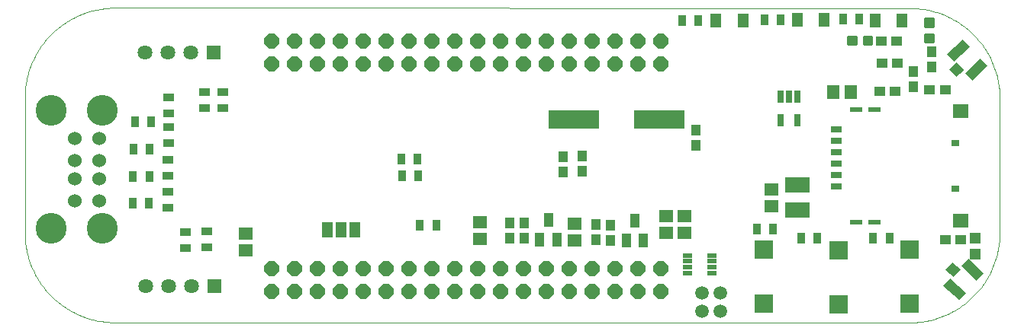
<source format=gts>
G75*
%MOIN*%
%OFA0B0*%
%FSLAX25Y25*%
%IPPOS*%
%LPD*%
%AMOC8*
5,1,8,0,0,1.08239X$1,22.5*
%
%ADD10C,0.00394*%
%ADD11R,0.11030X0.06699*%
%ADD12R,0.06306X0.05518*%
%ADD13R,0.04928X0.02959*%
%ADD14R,0.05518X0.02172*%
%ADD15R,0.07093X0.05912*%
%ADD16R,0.03550X0.02526*%
%ADD17R,0.05124X0.05912*%
%ADD18R,0.06424X0.06424*%
%ADD19C,0.06424*%
%ADD20R,0.03550X0.05124*%
%ADD21R,0.08274X0.08274*%
%ADD22R,0.05518X0.06306*%
%ADD23OC8,0.06400*%
%ADD24R,0.03000X0.05400*%
%ADD25R,0.02900X0.05400*%
%ADD26C,0.05943*%
%ADD27C,0.06000*%
%ADD28C,0.13500*%
%ADD29R,0.04337X0.05912*%
%ADD30R,0.04337X0.04731*%
%ADD31R,0.05124X0.03550*%
%ADD32R,0.04500X0.09300*%
%ADD33R,0.04500X0.04700*%
%ADD34R,0.22100X0.08300*%
%ADD35R,0.04731X0.04337*%
%ADD36C,0.01561*%
%ADD37R,0.04250X0.02100*%
%ADD38R,0.04652X0.04534*%
%ADD39R,0.05000X0.06700*%
D10*
X0070290Y0021000D02*
X0417385Y0020900D01*
X0418336Y0020911D01*
X0419287Y0020946D01*
X0420237Y0021003D01*
X0421185Y0021084D01*
X0422131Y0021187D01*
X0423074Y0021313D01*
X0424013Y0021462D01*
X0424949Y0021633D01*
X0425880Y0021828D01*
X0426807Y0022044D01*
X0427728Y0022283D01*
X0428643Y0022544D01*
X0429551Y0022827D01*
X0430452Y0023132D01*
X0431346Y0023458D01*
X0432231Y0023807D01*
X0433108Y0024176D01*
X0433976Y0024566D01*
X0434833Y0024978D01*
X0435681Y0025410D01*
X0436518Y0025862D01*
X0437344Y0026334D01*
X0438158Y0026826D01*
X0438960Y0027338D01*
X0439750Y0027869D01*
X0440526Y0028419D01*
X0441289Y0028987D01*
X0442038Y0029574D01*
X0442772Y0030179D01*
X0443492Y0030801D01*
X0444197Y0031441D01*
X0444885Y0032097D01*
X0445558Y0032770D01*
X0446214Y0033458D01*
X0446854Y0034163D01*
X0447476Y0034883D01*
X0448081Y0035617D01*
X0448668Y0036366D01*
X0449236Y0037129D01*
X0449786Y0037905D01*
X0450317Y0038695D01*
X0450829Y0039497D01*
X0451321Y0040311D01*
X0451793Y0041137D01*
X0452245Y0041974D01*
X0452677Y0042822D01*
X0453089Y0043679D01*
X0453479Y0044547D01*
X0453848Y0045424D01*
X0454197Y0046309D01*
X0454523Y0047203D01*
X0454828Y0048104D01*
X0455111Y0049012D01*
X0455372Y0049927D01*
X0455611Y0050848D01*
X0455827Y0051775D01*
X0456022Y0052706D01*
X0456193Y0053642D01*
X0456342Y0054581D01*
X0456468Y0055524D01*
X0456571Y0056470D01*
X0456652Y0057418D01*
X0456709Y0058368D01*
X0456744Y0059319D01*
X0456755Y0060270D01*
X0456755Y0119325D01*
X0456744Y0120276D01*
X0456709Y0121227D01*
X0456652Y0122177D01*
X0456571Y0123125D01*
X0456468Y0124071D01*
X0456342Y0125014D01*
X0456193Y0125953D01*
X0456022Y0126889D01*
X0455827Y0127820D01*
X0455611Y0128747D01*
X0455372Y0129668D01*
X0455111Y0130583D01*
X0454828Y0131491D01*
X0454523Y0132392D01*
X0454197Y0133286D01*
X0453848Y0134171D01*
X0453479Y0135048D01*
X0453089Y0135916D01*
X0452677Y0136773D01*
X0452245Y0137621D01*
X0451793Y0138458D01*
X0451321Y0139284D01*
X0450829Y0140098D01*
X0450317Y0140900D01*
X0449786Y0141690D01*
X0449236Y0142466D01*
X0448668Y0143229D01*
X0448081Y0143978D01*
X0447476Y0144712D01*
X0446854Y0145432D01*
X0446214Y0146137D01*
X0445558Y0146825D01*
X0444885Y0147498D01*
X0444197Y0148154D01*
X0443492Y0148794D01*
X0442772Y0149416D01*
X0442038Y0150021D01*
X0441289Y0150608D01*
X0440526Y0151176D01*
X0439750Y0151726D01*
X0438960Y0152257D01*
X0438158Y0152769D01*
X0437344Y0153261D01*
X0436518Y0153733D01*
X0435681Y0154185D01*
X0434833Y0154617D01*
X0433976Y0155029D01*
X0433108Y0155419D01*
X0432231Y0155788D01*
X0431346Y0156137D01*
X0430452Y0156463D01*
X0429551Y0156768D01*
X0428643Y0157051D01*
X0427728Y0157312D01*
X0426807Y0157551D01*
X0425880Y0157767D01*
X0424949Y0157962D01*
X0424013Y0158133D01*
X0423074Y0158282D01*
X0422131Y0158408D01*
X0421185Y0158511D01*
X0420237Y0158592D01*
X0419287Y0158649D01*
X0418336Y0158684D01*
X0417385Y0158695D01*
X0070290Y0158795D01*
X0069339Y0158784D01*
X0068388Y0158749D01*
X0067438Y0158692D01*
X0066490Y0158611D01*
X0065544Y0158508D01*
X0064601Y0158382D01*
X0063662Y0158233D01*
X0062726Y0158062D01*
X0061795Y0157867D01*
X0060868Y0157651D01*
X0059947Y0157412D01*
X0059032Y0157151D01*
X0058124Y0156868D01*
X0057223Y0156563D01*
X0056329Y0156237D01*
X0055444Y0155888D01*
X0054567Y0155519D01*
X0053699Y0155129D01*
X0052842Y0154717D01*
X0051994Y0154285D01*
X0051157Y0153833D01*
X0050331Y0153361D01*
X0049517Y0152869D01*
X0048715Y0152357D01*
X0047925Y0151826D01*
X0047149Y0151276D01*
X0046386Y0150708D01*
X0045637Y0150121D01*
X0044903Y0149516D01*
X0044183Y0148894D01*
X0043478Y0148254D01*
X0042790Y0147598D01*
X0042117Y0146925D01*
X0041461Y0146237D01*
X0040821Y0145532D01*
X0040199Y0144812D01*
X0039594Y0144078D01*
X0039007Y0143329D01*
X0038439Y0142566D01*
X0037889Y0141790D01*
X0037358Y0141000D01*
X0036846Y0140198D01*
X0036354Y0139384D01*
X0035882Y0138558D01*
X0035430Y0137721D01*
X0034998Y0136873D01*
X0034586Y0136016D01*
X0034196Y0135148D01*
X0033827Y0134271D01*
X0033478Y0133386D01*
X0033152Y0132492D01*
X0032847Y0131591D01*
X0032564Y0130683D01*
X0032303Y0129768D01*
X0032064Y0128847D01*
X0031848Y0127920D01*
X0031653Y0126989D01*
X0031482Y0126053D01*
X0031333Y0125114D01*
X0031207Y0124171D01*
X0031104Y0123225D01*
X0031023Y0122277D01*
X0030966Y0121327D01*
X0030931Y0120376D01*
X0030920Y0119425D01*
X0030920Y0060370D01*
X0030931Y0059419D01*
X0030966Y0058468D01*
X0031023Y0057518D01*
X0031104Y0056570D01*
X0031207Y0055624D01*
X0031333Y0054681D01*
X0031482Y0053742D01*
X0031653Y0052806D01*
X0031848Y0051875D01*
X0032064Y0050948D01*
X0032303Y0050027D01*
X0032564Y0049112D01*
X0032847Y0048204D01*
X0033152Y0047303D01*
X0033478Y0046409D01*
X0033827Y0045524D01*
X0034196Y0044647D01*
X0034586Y0043779D01*
X0034998Y0042922D01*
X0035430Y0042074D01*
X0035882Y0041237D01*
X0036354Y0040411D01*
X0036846Y0039597D01*
X0037358Y0038795D01*
X0037889Y0038005D01*
X0038439Y0037229D01*
X0039007Y0036466D01*
X0039594Y0035717D01*
X0040199Y0034983D01*
X0040821Y0034263D01*
X0041461Y0033558D01*
X0042117Y0032870D01*
X0042790Y0032197D01*
X0043478Y0031541D01*
X0044183Y0030901D01*
X0044903Y0030279D01*
X0045637Y0029674D01*
X0046386Y0029087D01*
X0047149Y0028519D01*
X0047925Y0027969D01*
X0048715Y0027438D01*
X0049517Y0026926D01*
X0050331Y0026434D01*
X0051157Y0025962D01*
X0051994Y0025510D01*
X0052842Y0025078D01*
X0053699Y0024666D01*
X0054567Y0024276D01*
X0055444Y0023907D01*
X0056329Y0023558D01*
X0057223Y0023232D01*
X0058124Y0022927D01*
X0059032Y0022644D01*
X0059947Y0022383D01*
X0060868Y0022144D01*
X0061795Y0021928D01*
X0062726Y0021733D01*
X0063662Y0021562D01*
X0064601Y0021413D01*
X0065544Y0021287D01*
X0066490Y0021184D01*
X0067438Y0021103D01*
X0068388Y0021046D01*
X0069339Y0021011D01*
X0070290Y0021000D01*
X0030920Y0119425D02*
X0030931Y0120376D01*
X0030966Y0121327D01*
X0031023Y0122277D01*
X0031104Y0123225D01*
X0031207Y0124171D01*
X0031333Y0125114D01*
X0031482Y0126053D01*
X0031653Y0126989D01*
X0031848Y0127920D01*
X0032064Y0128847D01*
X0032303Y0129768D01*
X0032564Y0130683D01*
X0032847Y0131591D01*
X0033152Y0132492D01*
X0033478Y0133386D01*
X0033827Y0134271D01*
X0034196Y0135148D01*
X0034586Y0136016D01*
X0034998Y0136873D01*
X0035430Y0137721D01*
X0035882Y0138558D01*
X0036354Y0139384D01*
X0036846Y0140198D01*
X0037358Y0141000D01*
X0037889Y0141790D01*
X0038439Y0142566D01*
X0039007Y0143329D01*
X0039594Y0144078D01*
X0040199Y0144812D01*
X0040821Y0145532D01*
X0041461Y0146237D01*
X0042117Y0146925D01*
X0042790Y0147598D01*
X0043478Y0148254D01*
X0044183Y0148894D01*
X0044903Y0149516D01*
X0045637Y0150121D01*
X0046386Y0150708D01*
X0047149Y0151276D01*
X0047925Y0151826D01*
X0048715Y0152357D01*
X0049517Y0152869D01*
X0050331Y0153361D01*
X0051157Y0153833D01*
X0051994Y0154285D01*
X0052842Y0154717D01*
X0053699Y0155129D01*
X0054567Y0155519D01*
X0055444Y0155888D01*
X0056329Y0156237D01*
X0057223Y0156563D01*
X0058124Y0156868D01*
X0059032Y0157151D01*
X0059947Y0157412D01*
X0060868Y0157651D01*
X0061795Y0157867D01*
X0062726Y0158062D01*
X0063662Y0158233D01*
X0064601Y0158382D01*
X0065544Y0158508D01*
X0066490Y0158611D01*
X0067438Y0158692D01*
X0068388Y0158749D01*
X0069339Y0158784D01*
X0070290Y0158795D01*
D11*
X0368472Y0081139D03*
X0368472Y0070115D03*
D12*
X0356994Y0071902D03*
X0356994Y0079382D03*
X0319213Y0067668D03*
X0311194Y0067713D03*
X0311194Y0060232D03*
X0319213Y0060187D03*
X0271058Y0056832D03*
X0271058Y0064313D03*
X0229709Y0064939D03*
X0229709Y0057458D03*
X0127306Y0059916D03*
X0127306Y0052435D03*
D13*
X0385526Y0080508D03*
X0385526Y0085508D03*
X0385526Y0090508D03*
X0385526Y0095508D03*
X0385526Y0100508D03*
X0385526Y0105508D03*
D14*
X0394069Y0114346D03*
X0401943Y0114346D03*
X0401943Y0064976D03*
X0394069Y0064976D03*
D15*
X0439581Y0065626D03*
X0439581Y0113697D03*
D16*
X0437298Y0099661D03*
X0437298Y0079661D03*
D17*
X0414050Y0153336D03*
X0402239Y0153336D03*
X0380093Y0153421D03*
X0368282Y0153421D03*
X0344660Y0153106D03*
X0332849Y0153106D03*
D18*
X0113361Y0139189D03*
X0113597Y0036748D03*
D19*
X0103597Y0036748D03*
X0093597Y0036748D03*
X0083597Y0036748D03*
X0083361Y0139189D03*
X0093361Y0139189D03*
X0103361Y0139189D03*
D20*
X0086041Y0108832D03*
X0078954Y0108832D03*
X0078354Y0096953D03*
X0085441Y0096953D03*
X0085241Y0084973D03*
X0078154Y0084973D03*
X0078054Y0073394D03*
X0085141Y0073394D03*
X0195668Y0085135D03*
X0202754Y0085135D03*
X0202454Y0092577D03*
X0195368Y0092577D03*
X0203498Y0063486D03*
X0210585Y0063486D03*
X0350594Y0061835D03*
X0357680Y0061835D03*
X0370061Y0057941D03*
X0377148Y0057941D03*
X0401483Y0057904D03*
X0408570Y0057904D03*
X0395467Y0153776D03*
X0388380Y0153776D03*
X0361018Y0153539D03*
X0353931Y0153539D03*
X0325231Y0153106D03*
X0318144Y0153106D03*
D21*
X0353825Y0052791D03*
X0386369Y0052594D03*
X0417372Y0052894D03*
X0417372Y0029272D03*
X0386369Y0028972D03*
X0353825Y0029169D03*
D22*
X0384180Y0122000D03*
X0391660Y0122000D03*
D23*
X0308833Y0134110D03*
X0298833Y0134110D03*
X0288833Y0134110D03*
X0278833Y0134110D03*
X0268833Y0134110D03*
X0258833Y0134110D03*
X0248833Y0134110D03*
X0238833Y0134110D03*
X0228833Y0134110D03*
X0218833Y0134110D03*
X0208833Y0134110D03*
X0198833Y0134110D03*
X0188833Y0134110D03*
X0178833Y0134110D03*
X0168833Y0134110D03*
X0158833Y0134110D03*
X0148833Y0134110D03*
X0138833Y0134110D03*
X0138833Y0144110D03*
X0148833Y0144110D03*
X0158833Y0144110D03*
X0168833Y0144110D03*
X0178833Y0144110D03*
X0188833Y0144110D03*
X0198833Y0144110D03*
X0208833Y0144110D03*
X0218833Y0144110D03*
X0228833Y0144110D03*
X0238833Y0144110D03*
X0248833Y0144110D03*
X0258833Y0144110D03*
X0268833Y0144110D03*
X0278833Y0144110D03*
X0288833Y0144110D03*
X0298833Y0144110D03*
X0308833Y0144110D03*
X0308833Y0044701D03*
X0298833Y0044701D03*
X0288833Y0044701D03*
X0278833Y0044701D03*
X0268833Y0044701D03*
X0258833Y0044701D03*
X0248833Y0044701D03*
X0238833Y0044701D03*
X0228833Y0044701D03*
X0218833Y0044701D03*
X0208833Y0044701D03*
X0198833Y0044701D03*
X0188833Y0044701D03*
X0178833Y0044701D03*
X0168833Y0044701D03*
X0158833Y0044701D03*
X0148833Y0044701D03*
X0138833Y0044701D03*
X0138833Y0034701D03*
X0148833Y0034701D03*
X0158833Y0034701D03*
X0168833Y0034701D03*
X0178833Y0034701D03*
X0188833Y0034701D03*
X0198833Y0034701D03*
X0208833Y0034701D03*
X0218833Y0034701D03*
X0228833Y0034701D03*
X0238833Y0034701D03*
X0248833Y0034701D03*
X0258833Y0034701D03*
X0268833Y0034701D03*
X0278833Y0034701D03*
X0288833Y0034701D03*
X0298833Y0034701D03*
X0308833Y0034701D03*
D24*
X0360916Y0109441D03*
D25*
X0368396Y0109441D03*
X0368396Y0119795D03*
X0364656Y0119795D03*
X0360916Y0119795D03*
D26*
X0334734Y0033750D03*
X0326860Y0033750D03*
X0326860Y0025876D03*
X0334734Y0025876D03*
D27*
X0063400Y0074109D03*
X0052700Y0074109D03*
X0052700Y0084009D03*
X0063400Y0084009D03*
X0063400Y0091909D03*
X0052700Y0091909D03*
X0052700Y0101709D03*
X0063400Y0101709D03*
D28*
X0064800Y0113809D03*
X0042400Y0113809D03*
X0042400Y0062109D03*
X0064800Y0062109D03*
D29*
X0255876Y0057294D03*
X0263356Y0057294D03*
X0259616Y0065956D03*
X0293676Y0057067D03*
X0301156Y0057067D03*
X0297416Y0065728D03*
D30*
X0286767Y0063703D03*
X0280286Y0063803D03*
X0280286Y0057110D03*
X0286767Y0057010D03*
X0249158Y0057797D03*
X0242649Y0057797D03*
X0242649Y0064490D03*
X0249158Y0064490D03*
X0266038Y0086974D03*
X0274290Y0087317D03*
X0266038Y0093667D03*
X0274290Y0094010D03*
X0324117Y0098674D03*
X0324117Y0105367D03*
X0419082Y0124118D03*
X0419082Y0130811D03*
X0427220Y0132954D03*
X0427220Y0139646D03*
D31*
X0117520Y0121843D03*
X0109520Y0121843D03*
X0093749Y0119736D03*
X0109520Y0114757D03*
X0117520Y0114757D03*
X0093749Y0112650D03*
X0093628Y0106536D03*
X0093628Y0099450D03*
X0093431Y0092250D03*
X0093431Y0085164D03*
X0093252Y0078250D03*
X0093252Y0071164D03*
X0101220Y0060743D03*
X0110420Y0060843D03*
X0110420Y0053757D03*
X0101220Y0053657D03*
D32*
G36*
X0432141Y0037076D02*
X0435204Y0040372D01*
X0442015Y0034042D01*
X0438952Y0030746D01*
X0432141Y0037076D01*
G37*
G36*
X0440023Y0045558D02*
X0443086Y0048854D01*
X0449897Y0042524D01*
X0446834Y0039228D01*
X0440023Y0045558D01*
G37*
G36*
X0444637Y0126896D02*
X0441585Y0130204D01*
X0448419Y0136510D01*
X0451471Y0133202D01*
X0444637Y0126896D01*
G37*
G36*
X0436785Y0135405D02*
X0433733Y0138713D01*
X0440567Y0145019D01*
X0443619Y0141711D01*
X0436785Y0135405D01*
G37*
D33*
G36*
X0437783Y0128449D02*
X0434732Y0131755D01*
X0438185Y0134943D01*
X0441236Y0131637D01*
X0437783Y0128449D01*
G37*
G36*
X0433163Y0044030D02*
X0436227Y0047325D01*
X0439669Y0044126D01*
X0436605Y0040831D01*
X0433163Y0044030D01*
G37*
D34*
X0308224Y0109975D03*
X0270824Y0109975D03*
D35*
X0404495Y0122303D03*
X0411188Y0122303D03*
X0426211Y0122831D03*
X0432904Y0122831D03*
X0412188Y0134718D03*
X0405495Y0134718D03*
X0404973Y0144300D03*
X0411666Y0144300D03*
X0432973Y0057300D03*
X0439666Y0057300D03*
D36*
X0427308Y0144159D02*
X0424532Y0144159D01*
X0424532Y0146935D01*
X0427308Y0146935D01*
X0427308Y0144159D01*
X0427308Y0145642D02*
X0424532Y0145642D01*
X0424532Y0151065D02*
X0427308Y0151065D01*
X0424532Y0151065D02*
X0424532Y0153841D01*
X0427308Y0153841D01*
X0427308Y0151065D01*
X0427308Y0152548D02*
X0424532Y0152548D01*
X0400560Y0145988D02*
X0400560Y0143212D01*
X0397784Y0143212D01*
X0397784Y0145988D01*
X0400560Y0145988D01*
X0400560Y0144695D02*
X0397784Y0144695D01*
X0393655Y0145988D02*
X0393655Y0143212D01*
X0390879Y0143212D01*
X0390879Y0145988D01*
X0393655Y0145988D01*
X0393655Y0144695D02*
X0390879Y0144695D01*
D37*
X0331195Y0050339D03*
X0331195Y0047780D03*
X0331195Y0045220D03*
X0331195Y0042661D03*
X0320445Y0042661D03*
X0320445Y0045220D03*
X0320445Y0047780D03*
X0320445Y0050339D03*
D38*
X0446020Y0051055D03*
X0446020Y0057945D03*
D39*
X0175220Y0061600D03*
X0169220Y0061600D03*
X0163220Y0061600D03*
M02*

</source>
